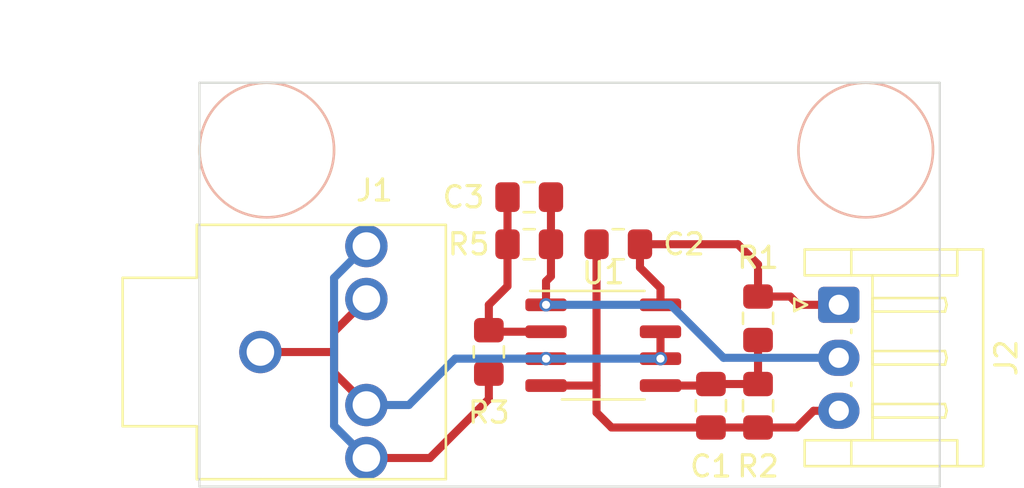
<source format=kicad_pcb>
(kicad_pcb (version 20171130) (host pcbnew "(5.1.5)-3")

  (general
    (thickness 1.6)
    (drawings 6)
    (tracks 58)
    (zones 0)
    (modules 12)
    (nets 8)
  )

  (page A4)
  (layers
    (0 F.Cu signal)
    (31 B.Cu signal)
    (32 B.Adhes user)
    (33 F.Adhes user)
    (34 B.Paste user)
    (35 F.Paste user)
    (36 B.SilkS user)
    (37 F.SilkS user)
    (38 B.Mask user)
    (39 F.Mask user)
    (40 Dwgs.User user)
    (41 Cmts.User user)
    (42 Eco1.User user)
    (43 Eco2.User user)
    (44 Edge.Cuts user)
    (45 Margin user)
    (46 B.CrtYd user)
    (47 F.CrtYd user)
    (48 B.Fab user hide)
    (49 F.Fab user hide)
  )

  (setup
    (last_trace_width 0.381)
    (user_trace_width 0.381)
    (trace_clearance 0.1524)
    (zone_clearance 0.508)
    (zone_45_only no)
    (trace_min 0.2)
    (via_size 0.635)
    (via_drill 0.381)
    (via_min_size 0.4)
    (via_min_drill 0.3)
    (user_via 0.635 0.381)
    (uvia_size 0.3)
    (uvia_drill 0.1)
    (uvias_allowed no)
    (uvia_min_size 0.2)
    (uvia_min_drill 0.1)
    (edge_width 0.05)
    (segment_width 0.2)
    (pcb_text_width 0.3)
    (pcb_text_size 1.5 1.5)
    (mod_edge_width 0.12)
    (mod_text_size 1 1)
    (mod_text_width 0.15)
    (pad_size 1.524 1.524)
    (pad_drill 0.762)
    (pad_to_mask_clearance 0.051)
    (solder_mask_min_width 0.25)
    (aux_axis_origin 0 0)
    (grid_origin 116.205 92.075)
    (visible_elements 7FFFFFFF)
    (pcbplotparams
      (layerselection 0x010fc_ffffffff)
      (usegerberextensions false)
      (usegerberattributes false)
      (usegerberadvancedattributes false)
      (creategerberjobfile false)
      (excludeedgelayer true)
      (linewidth 0.100000)
      (plotframeref false)
      (viasonmask false)
      (mode 1)
      (useauxorigin false)
      (hpglpennumber 1)
      (hpglpenspeed 20)
      (hpglpendiameter 15.000000)
      (psnegative false)
      (psa4output false)
      (plotreference true)
      (plotvalue true)
      (plotinvisibletext false)
      (padsonsilk false)
      (subtractmaskfromsilk false)
      (outputformat 1)
      (mirror false)
      (drillshape 0)
      (scaleselection 1)
      (outputdirectory ""))
  )

  (net 0 "")
  (net 1 GND)
  (net 2 /Ref)
  (net 3 /Amp-)
  (net 4 /Out)
  (net 5 /Cur+)
  (net 6 /Amp+)
  (net 7 +3V3)

  (net_class Default "This is the default net class."
    (clearance 0.1524)
    (trace_width 0.381)
    (via_dia 0.635)
    (via_drill 0.381)
    (uvia_dia 0.3)
    (uvia_drill 0.1)
    (add_net +3V3)
    (add_net /Amp+)
    (add_net /Amp-)
    (add_net /Cur+)
    (add_net /Out)
    (add_net /Ref)
    (add_net GND)
  )

  (module 0MiscParts:SOIC-8_3.9x5.4mm_P1.27mm (layer F.Cu) (tedit 5EECF883) (tstamp 5EE9A74C)
    (at 135.255 85.4075)
    (descr "SOIC, 8 Pin (JEDEC MS-012AA, https://www.analog.com/media/en/package-pcb-resources/package/pkg_pdf/soic_narrow-r/r_8.pdf), generated with kicad-footprint-generator ipc_gullwing_generator.py")
    (tags "SOIC SO")
    (path /5EECA8F1)
    (attr smd)
    (fp_text reference U1 (at 0 -3.4) (layer F.SilkS)
      (effects (font (size 1 1) (thickness 0.15)))
    )
    (fp_text value OPA2170 (at 0 3.4) (layer F.Fab)
      (effects (font (size 1 1) (thickness 0.15)))
    )
    (fp_text user %R (at 0 0) (layer F.Fab)
      (effects (font (size 0.98 0.98) (thickness 0.15)))
    )
    (fp_line (start 3.9 -2.7) (end -3.9 -2.7) (layer F.CrtYd) (width 0.05))
    (fp_line (start 3.9 2.7) (end 3.9 -2.7) (layer F.CrtYd) (width 0.05))
    (fp_line (start -3.9 2.7) (end 3.9 2.7) (layer F.CrtYd) (width 0.05))
    (fp_line (start -3.9 -2.7) (end -3.9 2.7) (layer F.CrtYd) (width 0.05))
    (fp_line (start -1.95 -1.475) (end -0.975 -2.45) (layer F.Fab) (width 0.1))
    (fp_line (start -1.95 2.45) (end -1.95 -1.475) (layer F.Fab) (width 0.1))
    (fp_line (start 1.95 2.45) (end -1.95 2.45) (layer F.Fab) (width 0.1))
    (fp_line (start 1.95 -2.45) (end 1.95 2.45) (layer F.Fab) (width 0.1))
    (fp_line (start -0.975 -2.45) (end 1.95 -2.45) (layer F.Fab) (width 0.1))
    (fp_line (start 0 -2.56) (end -3.45 -2.56) (layer F.SilkS) (width 0.12))
    (fp_line (start 0 -2.56) (end 1.95 -2.56) (layer F.SilkS) (width 0.12))
    (fp_line (start 0 2.56) (end -1.95 2.56) (layer F.SilkS) (width 0.12))
    (fp_line (start 0 2.56) (end 1.95 2.56) (layer F.SilkS) (width 0.12))
    (pad 8 smd roundrect (at 2.7 -1.905) (size 1.95 0.6) (layers F.Cu F.Paste F.Mask) (roundrect_rratio 0.25)
      (net 7 +3V3))
    (pad 7 smd roundrect (at 2.7 -0.635) (size 1.95 0.6) (layers F.Cu F.Paste F.Mask) (roundrect_rratio 0.25)
      (net 6 /Amp+))
    (pad 6 smd roundrect (at 2.7 0.635) (size 1.95 0.6) (layers F.Cu F.Paste F.Mask) (roundrect_rratio 0.25)
      (net 6 /Amp+))
    (pad 5 smd roundrect (at 2.7 1.905) (size 1.95 0.6) (layers F.Cu F.Paste F.Mask) (roundrect_rratio 0.25)
      (net 2 /Ref))
    (pad 4 smd roundrect (at -2.7 1.905) (size 1.95 0.6) (layers F.Cu F.Paste F.Mask) (roundrect_rratio 0.25)
      (net 1 GND))
    (pad 3 smd roundrect (at -2.7 0.635) (size 1.95 0.6) (layers F.Cu F.Paste F.Mask) (roundrect_rratio 0.25)
      (net 6 /Amp+))
    (pad 2 smd roundrect (at -2.7 -0.635) (size 1.95 0.6) (layers F.Cu F.Paste F.Mask) (roundrect_rratio 0.25)
      (net 3 /Amp-))
    (pad 1 smd roundrect (at -2.7 -1.905) (size 1.95 0.6) (layers F.Cu F.Paste F.Mask) (roundrect_rratio 0.25)
      (net 4 /Out))
    (model ${KISYS3DMOD}/Package_SO.3dshapes/SOIC-8_3.9x4.9mm_P1.27mm.wrl
      (at (xyz 0 0 0))
      (scale (xyz 1 1 1))
      (rotate (xyz 0 0 0))
    )
  )

  (module Connector_JST:JST_EH_S3B-EH_1x03_P2.50mm_Horizontal (layer F.Cu) (tedit 5C281425) (tstamp 5EEBD972)
    (at 146.3675 83.5025 270)
    (descr "JST EH series connector, S3B-EH (http://www.jst-mfg.com/product/pdf/eng/eEH.pdf), generated with kicad-footprint-generator")
    (tags "connector JST EH horizontal")
    (path /5EEC0C93)
    (fp_text reference J2 (at 2.5 -7.9 90) (layer F.SilkS)
      (effects (font (size 1 1) (thickness 0.15)))
    )
    (fp_text value Conn_01x03_Male (at 2.5 2.7 90) (layer F.Fab)
      (effects (font (size 1 1) (thickness 0.15)))
    )
    (fp_text user %R (at 2.5 -2.6 90) (layer F.Fab)
      (effects (font (size 1 1) (thickness 0.15)))
    )
    (fp_line (start 0 -1.407107) (end 0.5 -0.7) (layer F.Fab) (width 0.1))
    (fp_line (start -0.5 -0.7) (end 0 -1.407107) (layer F.Fab) (width 0.1))
    (fp_line (start 0.3 2.1) (end 0 1.5) (layer F.SilkS) (width 0.12))
    (fp_line (start -0.3 2.1) (end 0.3 2.1) (layer F.SilkS) (width 0.12))
    (fp_line (start 0 1.5) (end -0.3 2.1) (layer F.SilkS) (width 0.12))
    (fp_line (start 5.32 -1.59) (end 5 -1.59) (layer F.SilkS) (width 0.12))
    (fp_line (start 5.32 -5.01) (end 5.32 -1.59) (layer F.SilkS) (width 0.12))
    (fp_line (start 5 -5.09) (end 5.32 -5.01) (layer F.SilkS) (width 0.12))
    (fp_line (start 4.68 -5.01) (end 5 -5.09) (layer F.SilkS) (width 0.12))
    (fp_line (start 4.68 -1.59) (end 4.68 -5.01) (layer F.SilkS) (width 0.12))
    (fp_line (start 5 -1.59) (end 4.68 -1.59) (layer F.SilkS) (width 0.12))
    (fp_line (start 3.67 -0.59) (end 3.83 -0.59) (layer F.SilkS) (width 0.12))
    (fp_line (start 2.82 -1.59) (end 2.5 -1.59) (layer F.SilkS) (width 0.12))
    (fp_line (start 2.82 -5.01) (end 2.82 -1.59) (layer F.SilkS) (width 0.12))
    (fp_line (start 2.5 -5.09) (end 2.82 -5.01) (layer F.SilkS) (width 0.12))
    (fp_line (start 2.18 -5.01) (end 2.5 -5.09) (layer F.SilkS) (width 0.12))
    (fp_line (start 2.18 -1.59) (end 2.18 -5.01) (layer F.SilkS) (width 0.12))
    (fp_line (start 2.5 -1.59) (end 2.18 -1.59) (layer F.SilkS) (width 0.12))
    (fp_line (start 1.17 -0.59) (end 1.33 -0.59) (layer F.SilkS) (width 0.12))
    (fp_line (start 0.32 -1.59) (end 0 -1.59) (layer F.SilkS) (width 0.12))
    (fp_line (start 0.32 -5.01) (end 0.32 -1.59) (layer F.SilkS) (width 0.12))
    (fp_line (start 0 -5.09) (end 0.32 -5.01) (layer F.SilkS) (width 0.12))
    (fp_line (start -0.32 -5.01) (end 0 -5.09) (layer F.SilkS) (width 0.12))
    (fp_line (start -0.32 -1.59) (end -0.32 -5.01) (layer F.SilkS) (width 0.12))
    (fp_line (start 0 -1.59) (end -0.32 -1.59) (layer F.SilkS) (width 0.12))
    (fp_line (start -1.39 -1.59) (end 6.39 -1.59) (layer F.SilkS) (width 0.12))
    (fp_line (start 6.39 -0.59) (end 7.61 -0.59) (layer F.SilkS) (width 0.12))
    (fp_line (start 6.39 -5.59) (end 6.39 -0.59) (layer F.SilkS) (width 0.12))
    (fp_line (start 7.61 -5.59) (end 6.39 -5.59) (layer F.SilkS) (width 0.12))
    (fp_line (start -1.39 -0.59) (end -2.61 -0.59) (layer F.SilkS) (width 0.12))
    (fp_line (start -1.39 -5.59) (end -1.39 -0.59) (layer F.SilkS) (width 0.12))
    (fp_line (start -2.61 -5.59) (end -1.39 -5.59) (layer F.SilkS) (width 0.12))
    (fp_line (start 6.39 1.61) (end 6.39 -0.59) (layer F.SilkS) (width 0.12))
    (fp_line (start 7.61 1.61) (end 6.39 1.61) (layer F.SilkS) (width 0.12))
    (fp_line (start 7.61 -6.81) (end 7.61 1.61) (layer F.SilkS) (width 0.12))
    (fp_line (start -2.61 -6.81) (end 7.61 -6.81) (layer F.SilkS) (width 0.12))
    (fp_line (start -2.61 1.61) (end -2.61 -6.81) (layer F.SilkS) (width 0.12))
    (fp_line (start -1.39 1.61) (end -2.61 1.61) (layer F.SilkS) (width 0.12))
    (fp_line (start -1.39 -0.59) (end -1.39 1.61) (layer F.SilkS) (width 0.12))
    (fp_line (start 8 -7.2) (end -3 -7.2) (layer F.CrtYd) (width 0.05))
    (fp_line (start 8 2) (end 8 -7.2) (layer F.CrtYd) (width 0.05))
    (fp_line (start -3 2) (end 8 2) (layer F.CrtYd) (width 0.05))
    (fp_line (start -3 -7.2) (end -3 2) (layer F.CrtYd) (width 0.05))
    (fp_line (start 6.5 -0.7) (end -1.5 -0.7) (layer F.Fab) (width 0.1))
    (fp_line (start 6.5 1.5) (end 6.5 -0.7) (layer F.Fab) (width 0.1))
    (fp_line (start 7.5 1.5) (end 6.5 1.5) (layer F.Fab) (width 0.1))
    (fp_line (start 7.5 -6.7) (end 7.5 1.5) (layer F.Fab) (width 0.1))
    (fp_line (start -2.5 -6.7) (end 7.5 -6.7) (layer F.Fab) (width 0.1))
    (fp_line (start -2.5 1.5) (end -2.5 -6.7) (layer F.Fab) (width 0.1))
    (fp_line (start -1.5 1.5) (end -2.5 1.5) (layer F.Fab) (width 0.1))
    (fp_line (start -1.5 -0.7) (end -1.5 1.5) (layer F.Fab) (width 0.1))
    (pad 3 thru_hole oval (at 5 0 270) (size 1.7 1.95) (drill 0.95) (layers *.Cu *.Mask)
      (net 1 GND))
    (pad 2 thru_hole oval (at 2.5 0 270) (size 1.7 1.95) (drill 0.95) (layers *.Cu *.Mask)
      (net 4 /Out))
    (pad 1 thru_hole roundrect (at 0 0 270) (size 1.7 1.95) (drill 0.95) (layers *.Cu *.Mask) (roundrect_rratio 0.147059)
      (net 7 +3V3))
    (model ${KISYS3DMOD}/Connector_JST.3dshapes/JST_EH_S3B-EH_1x03_P2.50mm_Horizontal.wrl
      (at (xyz 0 0 0))
      (scale (xyz 1 1 1))
      (rotate (xyz 0 0 0))
    )
  )

  (module 0MiscParts:AudioJack (layer F.Cu) (tedit 5EE87795) (tstamp 5EE9A732)
    (at 119.08 85.73)
    (path /5EEE0E5A)
    (fp_text reference J1 (at 5.38 -7.625) (layer F.SilkS)
      (effects (font (size 1 1) (thickness 0.15)))
    )
    (fp_text value STX-3120-5B (at -0.25 -7.5) (layer F.Fab)
      (effects (font (size 1 1) (thickness 0.15)))
    )
    (fp_line (start 8.75 -6) (end -3 -6) (layer F.SilkS) (width 0.12))
    (fp_line (start 8.75 6) (end 8.75 -6) (layer F.SilkS) (width 0.12))
    (fp_line (start -3 6) (end 8.75 6) (layer F.SilkS) (width 0.12))
    (fp_line (start -3 -3.5) (end -3 -6) (layer F.SilkS) (width 0.12))
    (fp_line (start -6.5 -3.5) (end -3 -3.5) (layer F.SilkS) (width 0.12))
    (fp_line (start -3 3.5) (end -3 6) (layer F.SilkS) (width 0.12))
    (fp_line (start -6.5 3.5) (end -3 3.5) (layer F.SilkS) (width 0.12))
    (fp_line (start -6.5 -3.5) (end -6.5 3.5) (layer F.SilkS) (width 0.12))
    (pad "" np_thru_hole circle (at 5 0) (size 1.6 1.6) (drill 1.6) (layers *.Cu *.Mask))
    (pad "" np_thru_hole circle (at 0 5) (size 1.6 1.6) (drill 1.6) (layers *.Cu *.Mask))
    (pad "" np_thru_hole circle (at 0 -5) (size 1.6 1.6) (drill 1.6) (layers *.Cu *.Mask))
    (pad 5 thru_hole circle (at 5 5) (size 2 2) (drill 1.3) (layers *.Cu *.Mask)
      (net 5 /Cur+))
    (pad 4 thru_hole circle (at 5 2.5) (size 2 2) (drill 1.3) (layers *.Cu *.Mask)
      (net 6 /Amp+))
    (pad 3 thru_hole circle (at 5 -2.5) (size 2 2) (drill 1.3) (layers *.Cu *.Mask)
      (net 6 /Amp+))
    (pad 2 thru_hole circle (at 5 -5) (size 2 2) (drill 1.3) (layers *.Cu *.Mask)
      (net 5 /Cur+))
    (pad 1 thru_hole circle (at 0 0) (size 2 2) (drill 1.3) (layers *.Cu *.Mask)
      (net 6 /Amp+))
  )

  (module Resistor_SMD:R_0805_2012Metric_Pad1.15x1.40mm_HandSolder (layer F.Cu) (tedit 5B36C52B) (tstamp 5EE9A71E)
    (at 131.7625 80.645 180)
    (descr "Resistor SMD 0805 (2012 Metric), square (rectangular) end terminal, IPC_7351 nominal with elongated pad for handsoldering. (Body size source: https://docs.google.com/spreadsheets/d/1BsfQQcO9C6DZCsRaXUlFlo91Tg2WpOkGARC1WS5S8t0/edit?usp=sharing), generated with kicad-footprint-generator")
    (tags "resistor handsolder")
    (path /5EEEC645)
    (attr smd)
    (fp_text reference R5 (at 2.8575 0) (layer F.SilkS)
      (effects (font (size 1 1) (thickness 0.15)))
    )
    (fp_text value ~ (at 0 1.65) (layer F.Fab)
      (effects (font (size 1 1) (thickness 0.15)))
    )
    (fp_text user %R (at 0 0) (layer F.Fab)
      (effects (font (size 0.5 0.5) (thickness 0.08)))
    )
    (fp_line (start 1.85 0.95) (end -1.85 0.95) (layer F.CrtYd) (width 0.05))
    (fp_line (start 1.85 -0.95) (end 1.85 0.95) (layer F.CrtYd) (width 0.05))
    (fp_line (start -1.85 -0.95) (end 1.85 -0.95) (layer F.CrtYd) (width 0.05))
    (fp_line (start -1.85 0.95) (end -1.85 -0.95) (layer F.CrtYd) (width 0.05))
    (fp_line (start -0.261252 0.71) (end 0.261252 0.71) (layer F.SilkS) (width 0.12))
    (fp_line (start -0.261252 -0.71) (end 0.261252 -0.71) (layer F.SilkS) (width 0.12))
    (fp_line (start 1 0.6) (end -1 0.6) (layer F.Fab) (width 0.1))
    (fp_line (start 1 -0.6) (end 1 0.6) (layer F.Fab) (width 0.1))
    (fp_line (start -1 -0.6) (end 1 -0.6) (layer F.Fab) (width 0.1))
    (fp_line (start -1 0.6) (end -1 -0.6) (layer F.Fab) (width 0.1))
    (pad 2 smd roundrect (at 1.025 0 180) (size 1.15 1.4) (layers F.Cu F.Paste F.Mask) (roundrect_rratio 0.217391)
      (net 3 /Amp-))
    (pad 1 smd roundrect (at -1.025 0 180) (size 1.15 1.4) (layers F.Cu F.Paste F.Mask) (roundrect_rratio 0.217391)
      (net 4 /Out))
    (model ${KISYS3DMOD}/Resistor_SMD.3dshapes/R_0805_2012Metric.wrl
      (at (xyz 0 0 0))
      (scale (xyz 1 1 1))
      (rotate (xyz 0 0 0))
    )
  )

  (module Resistor_SMD:R_0805_2012Metric_Pad1.15x1.40mm_HandSolder (layer F.Cu) (tedit 5B36C52B) (tstamp 5EE9A6FC)
    (at 129.8575 85.725 270)
    (descr "Resistor SMD 0805 (2012 Metric), square (rectangular) end terminal, IPC_7351 nominal with elongated pad for handsoldering. (Body size source: https://docs.google.com/spreadsheets/d/1BsfQQcO9C6DZCsRaXUlFlo91Tg2WpOkGARC1WS5S8t0/edit?usp=sharing), generated with kicad-footprint-generator")
    (tags "resistor handsolder")
    (path /5EEECCEF)
    (attr smd)
    (fp_text reference R3 (at 2.8575 0 180) (layer F.SilkS)
      (effects (font (size 1 1) (thickness 0.15)))
    )
    (fp_text value ~ (at 0 1.65 90) (layer F.Fab)
      (effects (font (size 1 1) (thickness 0.15)))
    )
    (fp_text user %R (at 0 0 90) (layer F.Fab)
      (effects (font (size 0.5 0.5) (thickness 0.08)))
    )
    (fp_line (start 1.85 0.95) (end -1.85 0.95) (layer F.CrtYd) (width 0.05))
    (fp_line (start 1.85 -0.95) (end 1.85 0.95) (layer F.CrtYd) (width 0.05))
    (fp_line (start -1.85 -0.95) (end 1.85 -0.95) (layer F.CrtYd) (width 0.05))
    (fp_line (start -1.85 0.95) (end -1.85 -0.95) (layer F.CrtYd) (width 0.05))
    (fp_line (start -0.261252 0.71) (end 0.261252 0.71) (layer F.SilkS) (width 0.12))
    (fp_line (start -0.261252 -0.71) (end 0.261252 -0.71) (layer F.SilkS) (width 0.12))
    (fp_line (start 1 0.6) (end -1 0.6) (layer F.Fab) (width 0.1))
    (fp_line (start 1 -0.6) (end 1 0.6) (layer F.Fab) (width 0.1))
    (fp_line (start -1 -0.6) (end 1 -0.6) (layer F.Fab) (width 0.1))
    (fp_line (start -1 0.6) (end -1 -0.6) (layer F.Fab) (width 0.1))
    (pad 2 smd roundrect (at 1.025 0 270) (size 1.15 1.4) (layers F.Cu F.Paste F.Mask) (roundrect_rratio 0.217391)
      (net 5 /Cur+))
    (pad 1 smd roundrect (at -1.025 0 270) (size 1.15 1.4) (layers F.Cu F.Paste F.Mask) (roundrect_rratio 0.217391)
      (net 3 /Amp-))
    (model ${KISYS3DMOD}/Resistor_SMD.3dshapes/R_0805_2012Metric.wrl
      (at (xyz 0 0 0))
      (scale (xyz 1 1 1))
      (rotate (xyz 0 0 0))
    )
  )

  (module Resistor_SMD:R_0805_2012Metric_Pad1.15x1.40mm_HandSolder (layer F.Cu) (tedit 5B36C52B) (tstamp 5EE9A6EB)
    (at 142.5575 88.265 90)
    (descr "Resistor SMD 0805 (2012 Metric), square (rectangular) end terminal, IPC_7351 nominal with elongated pad for handsoldering. (Body size source: https://docs.google.com/spreadsheets/d/1BsfQQcO9C6DZCsRaXUlFlo91Tg2WpOkGARC1WS5S8t0/edit?usp=sharing), generated with kicad-footprint-generator")
    (tags "resistor handsolder")
    (path /5EEE4A85)
    (attr smd)
    (fp_text reference R2 (at -2.8575 0 180) (layer F.SilkS)
      (effects (font (size 1 1) (thickness 0.15)))
    )
    (fp_text value 10k (at 0 1.65 90) (layer F.Fab)
      (effects (font (size 1 1) (thickness 0.15)))
    )
    (fp_text user %R (at 0 0 90) (layer F.Fab)
      (effects (font (size 0.5 0.5) (thickness 0.08)))
    )
    (fp_line (start 1.85 0.95) (end -1.85 0.95) (layer F.CrtYd) (width 0.05))
    (fp_line (start 1.85 -0.95) (end 1.85 0.95) (layer F.CrtYd) (width 0.05))
    (fp_line (start -1.85 -0.95) (end 1.85 -0.95) (layer F.CrtYd) (width 0.05))
    (fp_line (start -1.85 0.95) (end -1.85 -0.95) (layer F.CrtYd) (width 0.05))
    (fp_line (start -0.261252 0.71) (end 0.261252 0.71) (layer F.SilkS) (width 0.12))
    (fp_line (start -0.261252 -0.71) (end 0.261252 -0.71) (layer F.SilkS) (width 0.12))
    (fp_line (start 1 0.6) (end -1 0.6) (layer F.Fab) (width 0.1))
    (fp_line (start 1 -0.6) (end 1 0.6) (layer F.Fab) (width 0.1))
    (fp_line (start -1 -0.6) (end 1 -0.6) (layer F.Fab) (width 0.1))
    (fp_line (start -1 0.6) (end -1 -0.6) (layer F.Fab) (width 0.1))
    (pad 2 smd roundrect (at 1.025 0 90) (size 1.15 1.4) (layers F.Cu F.Paste F.Mask) (roundrect_rratio 0.217391)
      (net 2 /Ref))
    (pad 1 smd roundrect (at -1.025 0 90) (size 1.15 1.4) (layers F.Cu F.Paste F.Mask) (roundrect_rratio 0.217391)
      (net 1 GND))
    (model ${KISYS3DMOD}/Resistor_SMD.3dshapes/R_0805_2012Metric.wrl
      (at (xyz 0 0 0))
      (scale (xyz 1 1 1))
      (rotate (xyz 0 0 0))
    )
  )

  (module Resistor_SMD:R_0805_2012Metric_Pad1.15x1.40mm_HandSolder (layer F.Cu) (tedit 5B36C52B) (tstamp 5EE9A6DA)
    (at 142.5575 84.1375 90)
    (descr "Resistor SMD 0805 (2012 Metric), square (rectangular) end terminal, IPC_7351 nominal with elongated pad for handsoldering. (Body size source: https://docs.google.com/spreadsheets/d/1BsfQQcO9C6DZCsRaXUlFlo91Tg2WpOkGARC1WS5S8t0/edit?usp=sharing), generated with kicad-footprint-generator")
    (tags "resistor handsolder")
    (path /5EEDAD1C)
    (attr smd)
    (fp_text reference R1 (at 2.8575 0 180) (layer F.SilkS)
      (effects (font (size 1 1) (thickness 0.15)))
    )
    (fp_text value 10k (at 0 1.65 90) (layer F.Fab)
      (effects (font (size 1 1) (thickness 0.15)))
    )
    (fp_text user %R (at 0 0 90) (layer F.Fab)
      (effects (font (size 0.5 0.5) (thickness 0.08)))
    )
    (fp_line (start 1.85 0.95) (end -1.85 0.95) (layer F.CrtYd) (width 0.05))
    (fp_line (start 1.85 -0.95) (end 1.85 0.95) (layer F.CrtYd) (width 0.05))
    (fp_line (start -1.85 -0.95) (end 1.85 -0.95) (layer F.CrtYd) (width 0.05))
    (fp_line (start -1.85 0.95) (end -1.85 -0.95) (layer F.CrtYd) (width 0.05))
    (fp_line (start -0.261252 0.71) (end 0.261252 0.71) (layer F.SilkS) (width 0.12))
    (fp_line (start -0.261252 -0.71) (end 0.261252 -0.71) (layer F.SilkS) (width 0.12))
    (fp_line (start 1 0.6) (end -1 0.6) (layer F.Fab) (width 0.1))
    (fp_line (start 1 -0.6) (end 1 0.6) (layer F.Fab) (width 0.1))
    (fp_line (start -1 -0.6) (end 1 -0.6) (layer F.Fab) (width 0.1))
    (fp_line (start -1 0.6) (end -1 -0.6) (layer F.Fab) (width 0.1))
    (pad 2 smd roundrect (at 1.025 0 90) (size 1.15 1.4) (layers F.Cu F.Paste F.Mask) (roundrect_rratio 0.217391)
      (net 7 +3V3))
    (pad 1 smd roundrect (at -1.025 0 90) (size 1.15 1.4) (layers F.Cu F.Paste F.Mask) (roundrect_rratio 0.217391)
      (net 2 /Ref))
    (model ${KISYS3DMOD}/Resistor_SMD.3dshapes/R_0805_2012Metric.wrl
      (at (xyz 0 0 0))
      (scale (xyz 1 1 1))
      (rotate (xyz 0 0 0))
    )
  )

  (module "0MiscParts:MountingHole _1-8_1-4" (layer F.Cu) (tedit 5E4292CA) (tstamp 5EE9A6B0)
    (at 147.6375 76.2)
    (path /5F0BFCAD)
    (fp_text reference H2 (at 0 2.032) (layer F.Fab)
      (effects (font (size 1 1) (thickness 0.15)))
    )
    (fp_text value MountingHole (at 0 -2.032) (layer F.Fab)
      (effects (font (size 1 1) (thickness 0.15)))
    )
    (fp_circle (center 0 0) (end 3.175 0) (layer B.SilkS) (width 0.12))
    (fp_circle (center 0 0) (end 3.175 0) (layer F.SilkS) (width 0.12))
    (pad "" np_thru_hole circle (at 0 0) (size 3.175 3.175) (drill 3.175) (layers *.Cu *.Mask))
  )

  (module "0MiscParts:MountingHole _1-8_1-4" (layer F.Cu) (tedit 5E4292CA) (tstamp 5EE9A6A9)
    (at 119.38 76.2)
    (path /5F0BF4F1)
    (fp_text reference H1 (at 0 2.032) (layer F.Fab)
      (effects (font (size 1 1) (thickness 0.15)))
    )
    (fp_text value MountingHole (at 0 -2.032) (layer F.Fab)
      (effects (font (size 1 1) (thickness 0.15)))
    )
    (fp_circle (center 0 0) (end 3.175 0) (layer B.SilkS) (width 0.12))
    (fp_circle (center 0 0) (end 3.175 0) (layer F.SilkS) (width 0.12))
    (pad "" np_thru_hole circle (at 0 0) (size 3.175 3.175) (drill 3.175) (layers *.Cu *.Mask))
  )

  (module Capacitor_SMD:C_0805_2012Metric_Pad1.15x1.40mm_HandSolder (layer F.Cu) (tedit 5B36C52B) (tstamp 5EE9A6A2)
    (at 131.7625 78.4225 180)
    (descr "Capacitor SMD 0805 (2012 Metric), square (rectangular) end terminal, IPC_7351 nominal with elongated pad for handsoldering. (Body size source: https://docs.google.com/spreadsheets/d/1BsfQQcO9C6DZCsRaXUlFlo91Tg2WpOkGARC1WS5S8t0/edit?usp=sharing), generated with kicad-footprint-generator")
    (tags "capacitor handsolder")
    (path /5EF4379F)
    (attr smd)
    (fp_text reference C3 (at 3.1025 0) (layer F.SilkS)
      (effects (font (size 1 1) (thickness 0.15)))
    )
    (fp_text value C (at 0 1.65) (layer F.Fab)
      (effects (font (size 1 1) (thickness 0.15)))
    )
    (fp_text user %R (at 0 0) (layer F.Fab)
      (effects (font (size 0.5 0.5) (thickness 0.08)))
    )
    (fp_line (start 1.85 0.95) (end -1.85 0.95) (layer F.CrtYd) (width 0.05))
    (fp_line (start 1.85 -0.95) (end 1.85 0.95) (layer F.CrtYd) (width 0.05))
    (fp_line (start -1.85 -0.95) (end 1.85 -0.95) (layer F.CrtYd) (width 0.05))
    (fp_line (start -1.85 0.95) (end -1.85 -0.95) (layer F.CrtYd) (width 0.05))
    (fp_line (start -0.261252 0.71) (end 0.261252 0.71) (layer F.SilkS) (width 0.12))
    (fp_line (start -0.261252 -0.71) (end 0.261252 -0.71) (layer F.SilkS) (width 0.12))
    (fp_line (start 1 0.6) (end -1 0.6) (layer F.Fab) (width 0.1))
    (fp_line (start 1 -0.6) (end 1 0.6) (layer F.Fab) (width 0.1))
    (fp_line (start -1 -0.6) (end 1 -0.6) (layer F.Fab) (width 0.1))
    (fp_line (start -1 0.6) (end -1 -0.6) (layer F.Fab) (width 0.1))
    (pad 2 smd roundrect (at 1.025 0 180) (size 1.15 1.4) (layers F.Cu F.Paste F.Mask) (roundrect_rratio 0.217391)
      (net 3 /Amp-))
    (pad 1 smd roundrect (at -1.025 0 180) (size 1.15 1.4) (layers F.Cu F.Paste F.Mask) (roundrect_rratio 0.217391)
      (net 4 /Out))
    (model ${KISYS3DMOD}/Capacitor_SMD.3dshapes/C_0805_2012Metric.wrl
      (at (xyz 0 0 0))
      (scale (xyz 1 1 1))
      (rotate (xyz 0 0 0))
    )
  )

  (module Capacitor_SMD:C_0805_2012Metric_Pad1.15x1.40mm_HandSolder (layer F.Cu) (tedit 5B36C52B) (tstamp 5EE9A691)
    (at 135.9625 80.645 180)
    (descr "Capacitor SMD 0805 (2012 Metric), square (rectangular) end terminal, IPC_7351 nominal with elongated pad for handsoldering. (Body size source: https://docs.google.com/spreadsheets/d/1BsfQQcO9C6DZCsRaXUlFlo91Tg2WpOkGARC1WS5S8t0/edit?usp=sharing), generated with kicad-footprint-generator")
    (tags "capacitor handsolder")
    (path /5EE8E252)
    (attr smd)
    (fp_text reference C2 (at -3.1025 0) (layer F.SilkS)
      (effects (font (size 1 1) (thickness 0.15)))
    )
    (fp_text value .1uf (at 0 1.65) (layer F.Fab)
      (effects (font (size 1 1) (thickness 0.15)))
    )
    (fp_text user %R (at 0 0) (layer F.Fab)
      (effects (font (size 0.5 0.5) (thickness 0.08)))
    )
    (fp_line (start 1.85 0.95) (end -1.85 0.95) (layer F.CrtYd) (width 0.05))
    (fp_line (start 1.85 -0.95) (end 1.85 0.95) (layer F.CrtYd) (width 0.05))
    (fp_line (start -1.85 -0.95) (end 1.85 -0.95) (layer F.CrtYd) (width 0.05))
    (fp_line (start -1.85 0.95) (end -1.85 -0.95) (layer F.CrtYd) (width 0.05))
    (fp_line (start -0.261252 0.71) (end 0.261252 0.71) (layer F.SilkS) (width 0.12))
    (fp_line (start -0.261252 -0.71) (end 0.261252 -0.71) (layer F.SilkS) (width 0.12))
    (fp_line (start 1 0.6) (end -1 0.6) (layer F.Fab) (width 0.1))
    (fp_line (start 1 -0.6) (end 1 0.6) (layer F.Fab) (width 0.1))
    (fp_line (start -1 -0.6) (end 1 -0.6) (layer F.Fab) (width 0.1))
    (fp_line (start -1 0.6) (end -1 -0.6) (layer F.Fab) (width 0.1))
    (pad 2 smd roundrect (at 1.025 0 180) (size 1.15 1.4) (layers F.Cu F.Paste F.Mask) (roundrect_rratio 0.217391)
      (net 1 GND))
    (pad 1 smd roundrect (at -1.025 0 180) (size 1.15 1.4) (layers F.Cu F.Paste F.Mask) (roundrect_rratio 0.217391)
      (net 7 +3V3))
    (model ${KISYS3DMOD}/Capacitor_SMD.3dshapes/C_0805_2012Metric.wrl
      (at (xyz 0 0 0))
      (scale (xyz 1 1 1))
      (rotate (xyz 0 0 0))
    )
  )

  (module Capacitor_SMD:C_0805_2012Metric_Pad1.15x1.40mm_HandSolder (layer F.Cu) (tedit 5B36C52B) (tstamp 5EE9A680)
    (at 140.335 88.265 270)
    (descr "Capacitor SMD 0805 (2012 Metric), square (rectangular) end terminal, IPC_7351 nominal with elongated pad for handsoldering. (Body size source: https://docs.google.com/spreadsheets/d/1BsfQQcO9C6DZCsRaXUlFlo91Tg2WpOkGARC1WS5S8t0/edit?usp=sharing), generated with kicad-footprint-generator")
    (tags "capacitor handsolder")
    (path /5EEDF5CC)
    (attr smd)
    (fp_text reference C1 (at 2.8575 0 180) (layer F.SilkS)
      (effects (font (size 1 1) (thickness 0.15)))
    )
    (fp_text value 1uf (at 0 1.65 90) (layer F.Fab)
      (effects (font (size 1 1) (thickness 0.15)))
    )
    (fp_text user %R (at 0 0 90) (layer F.Fab)
      (effects (font (size 0.5 0.5) (thickness 0.08)))
    )
    (fp_line (start 1.85 0.95) (end -1.85 0.95) (layer F.CrtYd) (width 0.05))
    (fp_line (start 1.85 -0.95) (end 1.85 0.95) (layer F.CrtYd) (width 0.05))
    (fp_line (start -1.85 -0.95) (end 1.85 -0.95) (layer F.CrtYd) (width 0.05))
    (fp_line (start -1.85 0.95) (end -1.85 -0.95) (layer F.CrtYd) (width 0.05))
    (fp_line (start -0.261252 0.71) (end 0.261252 0.71) (layer F.SilkS) (width 0.12))
    (fp_line (start -0.261252 -0.71) (end 0.261252 -0.71) (layer F.SilkS) (width 0.12))
    (fp_line (start 1 0.6) (end -1 0.6) (layer F.Fab) (width 0.1))
    (fp_line (start 1 -0.6) (end 1 0.6) (layer F.Fab) (width 0.1))
    (fp_line (start -1 -0.6) (end 1 -0.6) (layer F.Fab) (width 0.1))
    (fp_line (start -1 0.6) (end -1 -0.6) (layer F.Fab) (width 0.1))
    (pad 2 smd roundrect (at 1.025 0 270) (size 1.15 1.4) (layers F.Cu F.Paste F.Mask) (roundrect_rratio 0.217391)
      (net 1 GND))
    (pad 1 smd roundrect (at -1.025 0 270) (size 1.15 1.4) (layers F.Cu F.Paste F.Mask) (roundrect_rratio 0.217391)
      (net 2 /Ref))
    (model ${KISYS3DMOD}/Capacitor_SMD.3dshapes/C_0805_2012Metric.wrl
      (at (xyz 0 0 0))
      (scale (xyz 1 1 1))
      (rotate (xyz 0 0 0))
    )
  )

  (dimension 19.05 (width 0.15) (layer Dwgs.User)
    (gr_text "0.7500 in" (at 110.46 82.55 270) (layer Dwgs.User)
      (effects (font (size 1 1) (thickness 0.15)))
    )
    (feature1 (pts (xy 116.205 92.075) (xy 111.173579 92.075)))
    (feature2 (pts (xy 116.205 73.025) (xy 111.173579 73.025)))
    (crossbar (pts (xy 111.76 73.025) (xy 111.76 92.075)))
    (arrow1a (pts (xy 111.76 92.075) (xy 111.173579 90.948496)))
    (arrow1b (pts (xy 111.76 92.075) (xy 112.346421 90.948496)))
    (arrow2a (pts (xy 111.76 73.025) (xy 111.173579 74.151504)))
    (arrow2b (pts (xy 111.76 73.025) (xy 112.346421 74.151504)))
  )
  (dimension 34.925 (width 0.15) (layer Dwgs.User)
    (gr_text "1.3750 in" (at 133.6675 69.82) (layer Dwgs.User)
      (effects (font (size 1 1) (thickness 0.15)))
    )
    (feature1 (pts (xy 151.13 73.025) (xy 151.13 70.533579)))
    (feature2 (pts (xy 116.205 73.025) (xy 116.205 70.533579)))
    (crossbar (pts (xy 116.205 71.12) (xy 151.13 71.12)))
    (arrow1a (pts (xy 151.13 71.12) (xy 150.003496 71.706421)))
    (arrow1b (pts (xy 151.13 71.12) (xy 150.003496 70.533579)))
    (arrow2a (pts (xy 116.205 71.12) (xy 117.331504 71.706421)))
    (arrow2b (pts (xy 116.205 71.12) (xy 117.331504 70.533579)))
  )
  (gr_line (start 151.13 73.025) (end 151.13 92.075) (layer Edge.Cuts) (width 0.1))
  (gr_line (start 116.205 73.025) (end 151.13 73.025) (layer Edge.Cuts) (width 0.1))
  (gr_line (start 116.205 92.075) (end 116.205 73.025) (layer Edge.Cuts) (width 0.1))
  (gr_line (start 151.13 92.075) (end 116.205 92.075) (layer Edge.Cuts) (width 0.1))

  (segment (start 135.645 89.29) (end 140.335 89.29) (width 0.381) (layer F.Cu) (net 1))
  (segment (start 134.9375 88.5825) (end 135.645 89.29) (width 0.381) (layer F.Cu) (net 1))
  (segment (start 140.335 89.29) (end 142.5575 89.29) (width 0.381) (layer F.Cu) (net 1))
  (segment (start 132.78 87.3125) (end 134.9375 87.3125) (width 0.381) (layer F.Cu) (net 1))
  (segment (start 134.9375 80.645) (end 134.9375 87.3125) (width 0.381) (layer F.Cu) (net 1))
  (segment (start 134.9375 87.3125) (end 134.9375 88.5825) (width 0.381) (layer F.Cu) (net 1))
  (segment (start 142.5575 89.29) (end 144.39 89.29) (width 0.381) (layer F.Cu) (net 1))
  (segment (start 145.1775 88.5025) (end 146.3675 88.5025) (width 0.381) (layer F.Cu) (net 1))
  (segment (start 144.39 89.29) (end 145.1775 88.5025) (width 0.381) (layer F.Cu) (net 1))
  (segment (start 146.3675 83.5025) (end 144.4625 83.5025) (width 0.381) (layer F.Cu) (net 7))
  (segment (start 144.0725 83.1125) (end 142.5575 83.1125) (width 0.381) (layer F.Cu) (net 7))
  (segment (start 144.4625 83.5025) (end 144.0725 83.1125) (width 0.381) (layer F.Cu) (net 7))
  (segment (start 136.9875 80.645) (end 141.605 80.645) (width 0.381) (layer F.Cu) (net 7))
  (segment (start 142.5575 81.5975) (end 142.5575 83.1125) (width 0.381) (layer F.Cu) (net 7))
  (segment (start 141.605 80.645) (end 142.5575 81.5975) (width 0.381) (layer F.Cu) (net 7))
  (segment (start 137.955 83.5025) (end 137.955 82.71) (width 0.381) (layer F.Cu) (net 7))
  (segment (start 136.9875 81.7425) (end 136.9875 80.645) (width 0.381) (layer F.Cu) (net 7))
  (segment (start 137.955 82.71) (end 136.9875 81.7425) (width 0.381) (layer F.Cu) (net 7))
  (segment (start 142.5575 87.24) (end 142.5575 85.1625) (width 0.381) (layer F.Cu) (net 2))
  (segment (start 140.335 87.24) (end 142.5575 87.24) (width 0.381) (layer F.Cu) (net 2))
  (segment (start 140.2625 87.3125) (end 140.335 87.24) (width 0.381) (layer F.Cu) (net 2))
  (segment (start 137.955 87.3125) (end 140.2625 87.3125) (width 0.381) (layer F.Cu) (net 2))
  (segment (start 130.7375 80.645) (end 130.7375 78.4225) (width 0.381) (layer F.Cu) (net 3))
  (segment (start 129.93 84.7725) (end 129.8575 84.7) (width 0.381) (layer F.Cu) (net 3))
  (segment (start 132.78 84.7725) (end 129.93 84.7725) (width 0.381) (layer F.Cu) (net 3))
  (segment (start 129.8575 84.7) (end 129.8575 83.5025) (width 0.381) (layer F.Cu) (net 3))
  (segment (start 130.7375 82.6225) (end 130.7375 80.645) (width 0.381) (layer F.Cu) (net 3))
  (segment (start 129.8575 83.5025) (end 130.7375 82.6225) (width 0.381) (layer F.Cu) (net 3))
  (segment (start 132.78 83.5025) (end 132.78 83.5025) (width 0.381) (layer F.Cu) (net 4))
  (segment (start 132.7875 80.645) (end 132.7875 78.4225) (width 0.381) (layer F.Cu) (net 4))
  (segment (start 138.43 83.5025) (end 140.93 86.0025) (width 0.381) (layer B.Cu) (net 4))
  (via (at 132.555 83.5025) (size 0.635) (drill 0.381) (layers F.Cu B.Cu) (net 4))
  (segment (start 140.93 86.0025) (end 146.3675 86.0025) (width 0.381) (layer B.Cu) (net 4))
  (segment (start 132.555 83.5025) (end 138.43 83.5025) (width 0.381) (layer B.Cu) (net 4))
  (segment (start 132.555 83.5025) (end 132.555 82.3925) (width 0.381) (layer F.Cu) (net 4))
  (segment (start 132.7875 82.16) (end 132.7875 80.645) (width 0.381) (layer F.Cu) (net 4))
  (segment (start 132.555 82.3925) (end 132.7875 82.16) (width 0.381) (layer F.Cu) (net 4))
  (segment (start 124.08 80.73) (end 124.0575 80.73) (width 0.381) (layer B.Cu) (net 5))
  (segment (start 124.0575 80.73) (end 122.555 82.2325) (width 0.381) (layer B.Cu) (net 5))
  (segment (start 122.555 89.205) (end 124.08 90.73) (width 0.381) (layer B.Cu) (net 5))
  (segment (start 122.555 82.2325) (end 122.555 89.205) (width 0.381) (layer B.Cu) (net 5))
  (segment (start 129.8575 87.9475) (end 129.8575 86.75) (width 0.381) (layer F.Cu) (net 5))
  (segment (start 124.08 90.73) (end 127.075 90.73) (width 0.381) (layer F.Cu) (net 5))
  (segment (start 127.075 90.73) (end 129.8575 87.9475) (width 0.381) (layer F.Cu) (net 5))
  (segment (start 119.08 85.73) (end 119.08 85.7075) (width 0.381) (layer F.Cu) (net 6))
  (segment (start 124.08 83.23) (end 124.08 83.2475) (width 0.381) (layer F.Cu) (net 6))
  (segment (start 124.08 83.2475) (end 122.555 84.7725) (width 0.381) (layer F.Cu) (net 6))
  (segment (start 122.555 86.705) (end 124.08 88.23) (width 0.381) (layer F.Cu) (net 6))
  (segment (start 122.555 84.7725) (end 122.555 86.705) (width 0.381) (layer F.Cu) (net 6))
  (segment (start 119.08 85.73) (end 122.55 85.73) (width 0.381) (layer F.Cu) (net 6))
  (segment (start 137.73 86.0425) (end 137.73 86.0425) (width 0.381) (layer F.Cu) (net 6) (tstamp 5EE9CD64))
  (via (at 137.955 86.0425) (size 0.635) (drill 0.381) (layers F.Cu B.Cu) (net 6))
  (via (at 132.555 86.0425) (size 0.635) (drill 0.381) (layers F.Cu B.Cu) (net 6))
  (segment (start 132.555 86.0425) (end 137.955 86.0425) (width 0.381) (layer B.Cu) (net 6))
  (segment (start 137.955 86.0425) (end 137.955 84.7725) (width 0.381) (layer F.Cu) (net 6))
  (segment (start 126.0825 88.23) (end 124.08 88.23) (width 0.381) (layer B.Cu) (net 6))
  (segment (start 132.555 86.0425) (end 128.27 86.0425) (width 0.381) (layer B.Cu) (net 6))
  (segment (start 128.27 86.0425) (end 126.0825 88.23) (width 0.381) (layer B.Cu) (net 6))

)

</source>
